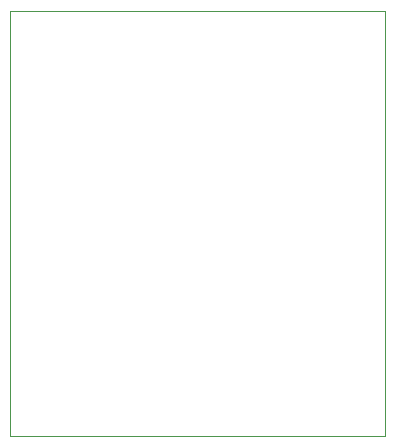
<source format=gbr>
G04 #@! TF.GenerationSoftware,KiCad,Pcbnew,5.1.9*
G04 #@! TF.CreationDate,2021-04-03T20:04:09+02:00*
G04 #@! TF.ProjectId,driverboard,64726976-6572-4626-9f61-72642e6b6963,rev?*
G04 #@! TF.SameCoordinates,Original*
G04 #@! TF.FileFunction,Profile,NP*
%FSLAX46Y46*%
G04 Gerber Fmt 4.6, Leading zero omitted, Abs format (unit mm)*
G04 Created by KiCad (PCBNEW 5.1.9) date 2021-04-03 20:04:09*
%MOMM*%
%LPD*%
G01*
G04 APERTURE LIST*
G04 #@! TA.AperFunction,Profile*
%ADD10C,0.050000*%
G04 #@! TD*
G04 APERTURE END LIST*
D10*
X128750000Y-98000000D02*
X97000000Y-98000000D01*
X128750000Y-134000000D02*
X128750000Y-98000000D01*
X97000000Y-134000000D02*
X128750000Y-134000000D01*
X97000000Y-98000000D02*
X97000000Y-134000000D01*
M02*

</source>
